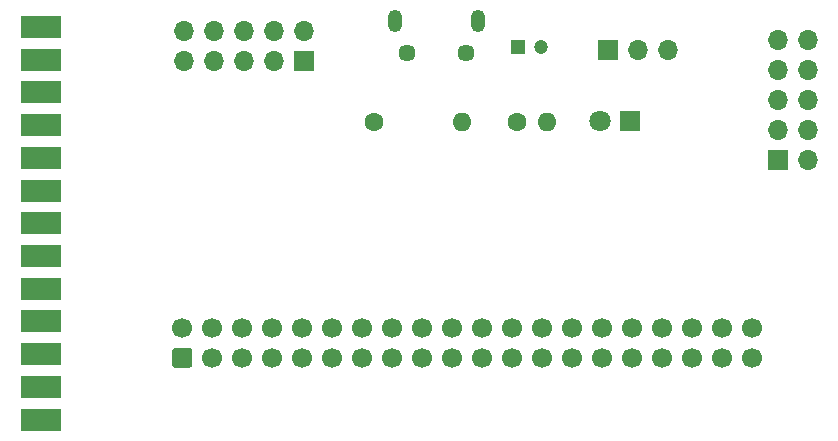
<source format=gbr>
%TF.GenerationSoftware,KiCad,Pcbnew,5.1.12-84ad8e8a86~92~ubuntu18.04.1*%
%TF.CreationDate,2022-06-27T01:27:44+02:00*%
%TF.ProjectId,Parallel-brk,50617261-6c6c-4656-9c2d-62726b2e6b69,rev?*%
%TF.SameCoordinates,Original*%
%TF.FileFunction,Soldermask,Bot*%
%TF.FilePolarity,Negative*%
%FSLAX46Y46*%
G04 Gerber Fmt 4.6, Leading zero omitted, Abs format (unit mm)*
G04 Created by KiCad (PCBNEW 5.1.12-84ad8e8a86~92~ubuntu18.04.1) date 2022-06-27 01:27:44*
%MOMM*%
%LPD*%
G01*
G04 APERTURE LIST*
%ADD10R,3.480000X1.846667*%
%ADD11O,1.700000X1.700000*%
%ADD12R,1.700000X1.700000*%
%ADD13O,1.600000X1.600000*%
%ADD14C,1.600000*%
%ADD15O,1.200000X1.900000*%
%ADD16C,1.450000*%
%ADD17C,1.700000*%
%ADD18C,1.800000*%
%ADD19R,1.800000X1.800000*%
%ADD20C,1.200000*%
%ADD21R,1.200000X1.200000*%
G04 APERTURE END LIST*
D10*
%TO.C,J1*%
X100550000Y-45630000D03*
X100550000Y-48400000D03*
X100550000Y-51170000D03*
X100550000Y-53940000D03*
X100550000Y-56710000D03*
X100550000Y-59480000D03*
X100550000Y-62250000D03*
X100550000Y-65020000D03*
X100550000Y-67790000D03*
X100550000Y-70560000D03*
X100550000Y-73330000D03*
X100550000Y-76100000D03*
X100550000Y-78870000D03*
%TD*%
D11*
%TO.C,J6*%
X112690000Y-46010000D03*
X112690000Y-48550000D03*
X115230000Y-46010000D03*
X115230000Y-48550000D03*
X117770000Y-46010000D03*
X117770000Y-48550000D03*
X120310000Y-46010000D03*
X120310000Y-48550000D03*
X122850000Y-46010000D03*
D12*
X122850000Y-48550000D03*
%TD*%
D11*
%TO.C,J5*%
X165540000Y-46690000D03*
X163000000Y-46690000D03*
X165540000Y-49230000D03*
X163000000Y-49230000D03*
X165540000Y-51770000D03*
X163000000Y-51770000D03*
X165540000Y-54310000D03*
X163000000Y-54310000D03*
X165540000Y-56850000D03*
D12*
X163000000Y-56850000D03*
%TD*%
D13*
%TO.C,R1*%
X143440000Y-53650000D03*
D14*
X140900000Y-53650000D03*
%TD*%
D11*
%TO.C,J4*%
X153680000Y-47550000D03*
X151140000Y-47550000D03*
D12*
X148600000Y-47550000D03*
%TD*%
D15*
%TO.C,J3*%
X130550000Y-45162500D03*
X137550000Y-45162500D03*
D16*
X131550000Y-47862500D03*
X136550000Y-47862500D03*
%TD*%
D17*
%TO.C,J2*%
X160810000Y-71110000D03*
X158270000Y-71110000D03*
X155730000Y-71110000D03*
X153190000Y-71110000D03*
X150650000Y-71110000D03*
X148110000Y-71110000D03*
X145570000Y-71110000D03*
X143030000Y-71110000D03*
X140490000Y-71110000D03*
X137950000Y-71110000D03*
X135410000Y-71110000D03*
X132870000Y-71110000D03*
X130330000Y-71110000D03*
X127790000Y-71110000D03*
X125250000Y-71110000D03*
X122710000Y-71110000D03*
X120170000Y-71110000D03*
X117630000Y-71110000D03*
X115090000Y-71110000D03*
X112550000Y-71110000D03*
X160810000Y-73650000D03*
X158270000Y-73650000D03*
X155730000Y-73650000D03*
X153190000Y-73650000D03*
X150650000Y-73650000D03*
X148110000Y-73650000D03*
X145570000Y-73650000D03*
X143030000Y-73650000D03*
X140490000Y-73650000D03*
X137950000Y-73650000D03*
X135410000Y-73650000D03*
X132870000Y-73650000D03*
X130330000Y-73650000D03*
X127790000Y-73650000D03*
X125250000Y-73650000D03*
X122710000Y-73650000D03*
X120170000Y-73650000D03*
X117630000Y-73650000D03*
X115090000Y-73650000D03*
G36*
G01*
X113150000Y-74500000D02*
X111950000Y-74500000D01*
G75*
G02*
X111700000Y-74250000I0J250000D01*
G01*
X111700000Y-73050000D01*
G75*
G02*
X111950000Y-72800000I250000J0D01*
G01*
X113150000Y-72800000D01*
G75*
G02*
X113400000Y-73050000I0J-250000D01*
G01*
X113400000Y-74250000D01*
G75*
G02*
X113150000Y-74500000I-250000J0D01*
G01*
G37*
%TD*%
D18*
%TO.C,D1*%
X147910000Y-53600000D03*
D19*
X150450000Y-53600000D03*
%TD*%
D20*
%TO.C,C2*%
X142950000Y-47350000D03*
D21*
X140950000Y-47350000D03*
%TD*%
D13*
%TO.C,C1*%
X136250000Y-53650000D03*
D14*
X128750000Y-53650000D03*
%TD*%
M02*

</source>
